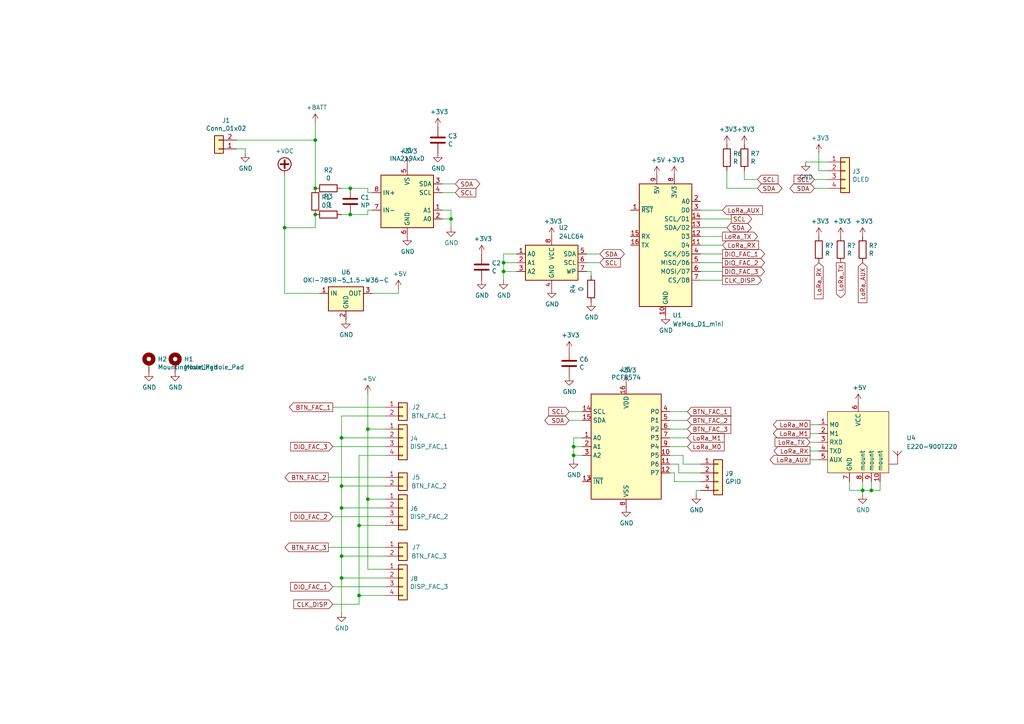
<source format=kicad_sch>
(kicad_sch (version 20211123) (generator eeschema)
  (paper "A4")
  (lib_symbols
    (symbol "Analog_ADC:INA219AxD"
      (property "Reference" "U" (at -6.35 8.89 0))
      (property "Value" "INA219AxD" (at 5.08 8.89 0))
      (symbol "INA219AxD_0_1"
        (rectangle (start -7.62 7.62) (end 7.62 -7.62) (stroke (width 0.254)) (fill (type background)))
      )
      (symbol "INA219AxD_1_1"
        (pin input line (at 10.16 -2.54 180) (length 2.54) (name "A1") (number "1"))
        (pin input line (at 10.16 -5.08 180) (length 2.54) (name "A0") (number "2"))
        (pin bidirectional line (at 10.16 5.08 180) (length 2.54) (name "SDA") (number "3"))
        (pin input line (at 10.16 2.54 180) (length 2.54) (name "SCL") (number "4"))
        (pin power_in line (at 0 10.16 270) (length 2.54) (name "VS") (number "5"))
        (pin power_in line (at 0 -10.16 90) (length 2.54) (name "GND") (number "6"))
        (pin input line (at -10.16 -2.54 0) (length 2.54) (name "IN-") (number "7"))
        (pin input line (at -10.16 2.54 0) (length 2.54) (name "IN+") (number "8"))
      )
    )
    (symbol "Connector_Generic:Conn_01x02" (pin_names (offset 1.016) hide)
      (property "Reference" "J" (at 0 2.54 0))
      (property "Value" "Conn_01x02" (at 0 -5.08 0))
      (symbol "Conn_01x02_1_1"
        (rectangle (start -1.27 -2.413) (end 0 -2.667) (stroke (width 0.1524)))
        (rectangle (start -1.27 0.127) (end 0 -0.127) (stroke (width 0.1524)))
        (rectangle (start -1.27 1.27) (end 1.27 -3.81) (stroke (width 0.254)) (fill (type background)))
        (pin passive line (at -5.08 0 0) (length 3.81) (name "Pin_1") (number "1"))
        (pin passive line (at -5.08 -2.54 0) (length 3.81) (name "Pin_2") (number "2"))
      )
    )
    (symbol "Connector_Generic:Conn_01x04" (pin_names (offset 1.016) hide)
      (property "Reference" "J" (at 0 5.08 0))
      (property "Value" "Conn_01x04" (at 0 -7.62 0))
      (symbol "Conn_01x04_1_1"
        (rectangle (start -1.27 -4.953) (end 0 -5.207) (stroke (width 0.1524)))
        (rectangle (start -1.27 -2.413) (end 0 -2.667) (stroke (width 0.1524)))
        (rectangle (start -1.27 0.127) (end 0 -0.127) (stroke (width 0.1524)))
        (rectangle (start -1.27 2.667) (end 0 2.413) (stroke (width 0.1524)))
        (rectangle (start -1.27 3.81) (end 1.27 -6.35) (stroke (width 0.254)) (fill (type background)))
        (pin passive line (at -5.08 2.54 0) (length 3.81) (name "Pin_1") (number "1"))
        (pin passive line (at -5.08 0 0) (length 3.81) (name "Pin_2") (number "2"))
        (pin passive line (at -5.08 -2.54 0) (length 3.81) (name "Pin_3") (number "3"))
        (pin passive line (at -5.08 -5.08 0) (length 3.81) (name "Pin_4") (number "4"))
      )
    )
    (symbol "Converter_DCDC:OKI-78SR-5_1.5-W36-C"
      (property "Reference" "U" (at -3.81 3.175 0))
      (property "Value" "OKI-78SR-5_1.5-W36-C" (at 0 3.175 0))
      (symbol "OKI-78SR-5_1.5-W36-C_0_1"
        (rectangle (start -5.08 1.905) (end 5.08 -5.08) (stroke (width 0.254)) (fill (type background)))
      )
      (symbol "OKI-78SR-5_1.5-W36-C_1_1"
        (pin power_in line (at -7.62 0 0) (length 2.54) (name "IN") (number "1"))
        (pin power_in line (at 0 -7.62 90) (length 2.54) (name "GND") (number "2"))
        (pin power_out line (at 7.62 0 180) (length 2.54) (name "OUT") (number "3"))
      )
    )
    (symbol "Device:C" (pin_numbers hide) (pin_names (offset 0.254))
      (property "Reference" "C" (at 0.635 2.54 0))
      (property "Value" "C" (at 0.635 -2.54 0))
      (symbol "C_0_1"
        (polyline (pts (xy -2.032 -0.762) (xy 2.032 -0.762)) (stroke (width 0.508)))
        (polyline (pts (xy -2.032 0.762) (xy 2.032 0.762)) (stroke (width 0.508)))
      )
      (symbol "C_1_1"
        (pin passive line (at 0 3.81 270) (length 2.794) (name "~") (number "1"))
        (pin passive line (at 0 -3.81 90) (length 2.794) (name "~") (number "2"))
      )
    )
    (symbol "Device:R" (pin_numbers hide) (pin_names (offset 0))
      (property "Reference" "R" (at 2.032 0 90))
      (property "Value" "R" (at 0 0 90))
      (symbol "R_0_1"
        (rectangle (start -1.016 -2.54) (end 1.016 2.54) (stroke (width 0.254)))
      )
      (symbol "R_1_1"
        (pin passive line (at 0 3.81 270) (length 1.27) (name "~") (number "1"))
        (pin passive line (at 0 -3.81 90) (length 1.27) (name "~") (number "2"))
      )
    )
    (symbol "Ebyte_RF:E220-900T22D"
      (property "Reference" "U" (at 7.62 1.27 0))
      (property "Value" "E220-900T22D" (at 13.97 -1.27 0))
      (symbol "E220-900T22D_0_1"
        (rectangle (start -5.08 -2.54) (end 12.7 -20.32) (fill (type background)))
        (polyline (pts (xy 15.24 -15.24) (xy 13.97 -13.97)))
        (polyline (pts (xy 15.24 -15.24) (xy 15.24 -13.97)))
        (polyline (pts (xy 12.7 -17.78) (xy 15.24 -17.78) (xy 15.24 -15.24) (xy 16.51 -13.97)))
      )
      (symbol "E220-900T22D_1_1"
        (pin input line (at -7.62 -6.35 0) (length 2.54) (name "M0") (number "1"))
        (pin unspecified line (at 10.16 -22.86 90) (length 2.54) (name "mount") (number "10"))
        (pin input line (at -7.62 -8.89 0) (length 2.54) (name "M1") (number "2"))
        (pin input line (at -7.62 -11.43 0) (length 2.54) (name "RXD") (number "3"))
        (pin output line (at -7.62 -13.97 0) (length 2.54) (name "TXD") (number "4"))
        (pin output line (at -7.62 -16.51 0) (length 2.54) (name "AUX") (number "5"))
        (pin power_in line (at 3.81 0 270) (length 2.54) (name "VCC") (number "6"))
        (pin power_in line (at 1.27 -22.86 90) (length 2.54) (name "GND") (number "7"))
        (pin unspecified line (at 5.08 -22.86 90) (length 2.54) (name "mount") (number "8"))
        (pin unspecified line (at 7.62 -22.86 90) (length 2.54) (name "mount") (number "9"))
      )
    )
    (symbol "Interface_Expansion:PCF8574"
      (property "Reference" "U" (at -8.89 16.51 0))
      (property "Value" "PCF8574" (at 2.54 16.51 0))
      (symbol "PCF8574_0_1"
        (rectangle (start -10.16 15.24) (end 10.16 -15.24) (stroke (width 0.254)) (fill (type background)))
      )
      (symbol "PCF8574_1_1"
        (pin input line (at -12.7 2.54 0) (length 2.54) (name "A0") (number "1"))
        (pin bidirectional line (at 12.7 -2.54 180) (length 2.54) (name "P5") (number "10"))
        (pin bidirectional line (at 12.7 -5.08 180) (length 2.54) (name "P6") (number "11"))
        (pin bidirectional line (at 12.7 -7.62 180) (length 2.54) (name "P7") (number "12"))
        (pin open_collector output_low (at -12.7 -10.16 0) (length 2.54) (name "~{INT}") (number "13"))
        (pin input line (at -12.7 10.16 0) (length 2.54) (name "SCL") (number "14"))
        (pin bidirectional line (at -12.7 7.62 0) (length 2.54) (name "SDA") (number "15"))
        (pin power_in line (at 0 17.78 270) (length 2.54) (name "VDD") (number "16"))
        (pin input line (at -12.7 0 0) (length 2.54) (name "A1") (number "2"))
        (pin input line (at -12.7 -2.54 0) (length 2.54) (name "A2") (number "3"))
        (pin bidirectional line (at 12.7 10.16 180) (length 2.54) (name "P0") (number "4"))
        (pin bidirectional line (at 12.7 7.62 180) (length 2.54) (name "P1") (number "5"))
        (pin bidirectional line (at 12.7 5.08 180) (length 2.54) (name "P2") (number "6"))
        (pin bidirectional line (at 12.7 2.54 180) (length 2.54) (name "P3") (number "7"))
        (pin power_in line (at 0 -17.78 90) (length 2.54) (name "VSS") (number "8"))
        (pin bidirectional line (at 12.7 0 180) (length 2.54) (name "P4") (number "9"))
      )
    )
    (symbol "MCU_Module:WeMos_D1_mini"
      (property "Reference" "U" (at 3.81 19.05 0))
      (property "Value" "WeMos_D1_mini" (at 1.27 -19.05 0))
      (symbol "WeMos_D1_mini_1_1"
        (rectangle (start -7.62 17.78) (end 7.62 -17.78) (stroke (width 0.254)) (fill (type background)))
        (pin input line (at -10.16 10.16 0) (length 2.54) (name "~{RST}") (number "1"))
        (pin power_in line (at 0 -20.32 90) (length 2.54) (name "GND") (number "10"))
        (pin bidirectional line (at 10.16 0 180) (length 2.54) (name "D4") (number "11"))
        (pin bidirectional line (at 10.16 2.54 180) (length 2.54) (name "D3") (number "12"))
        (pin bidirectional line (at 10.16 5.08 180) (length 2.54) (name "SDA/D2") (number "13"))
        (pin bidirectional line (at 10.16 7.62 180) (length 2.54) (name "SCL/D1") (number "14"))
        (pin input line (at -10.16 2.54 0) (length 2.54) (name "RX") (number "15"))
        (pin output line (at -10.16 0 0) (length 2.54) (name "TX") (number "16"))
        (pin input line (at 10.16 12.7 180) (length 2.54) (name "A0") (number "2"))
        (pin bidirectional line (at 10.16 10.16 180) (length 2.54) (name "D0") (number "3"))
        (pin bidirectional line (at 10.16 -2.54 180) (length 2.54) (name "SCK/D5") (number "4"))
        (pin bidirectional line (at 10.16 -5.08 180) (length 2.54) (name "MISO/D6") (number "5"))
        (pin bidirectional line (at 10.16 -7.62 180) (length 2.54) (name "MOSI/D7") (number "6"))
        (pin bidirectional line (at 10.16 -10.16 180) (length 2.54) (name "CS/D8") (number "7"))
        (pin power_out line (at 2.54 20.32 270) (length 2.54) (name "3V3") (number "8"))
        (pin power_in line (at -2.54 20.32 270) (length 2.54) (name "5V") (number "9"))
      )
    )
    (symbol "Mechanical:MountingHole_Pad" (pin_numbers hide) (pin_names (offset 1.016) hide)
      (property "Reference" "H" (at 0 6.35 0))
      (property "Value" "MountingHole_Pad" (at 0 4.445 0))
      (symbol "MountingHole_Pad_0_1"
        (circle (center 0 1.27) (radius 1.27) (stroke (width 1.27)))
      )
      (symbol "MountingHole_Pad_1_1"
        (pin input line (at 0 -2.54 90) (length 2.54) (name "1") (number "1"))
      )
    )
    (symbol "Memory_EEPROM:24LC64"
      (property "Reference" "U" (at -6.35 6.35 0))
      (property "Value" "24LC64" (at 1.27 6.35 0))
      (symbol "24LC64_1_1"
        (rectangle (start -7.62 5.08) (end 7.62 -5.08) (stroke (width 0.254)) (fill (type background)))
        (pin input line (at -10.16 2.54 0) (length 2.54) (name "A0") (number "1"))
        (pin input line (at -10.16 0 0) (length 2.54) (name "A1") (number "2"))
        (pin input line (at -10.16 -2.54 0) (length 2.54) (name "A2") (number "3"))
        (pin power_in line (at 0 -7.62 90) (length 2.54) (name "GND") (number "4"))
        (pin bidirectional line (at 10.16 2.54 180) (length 2.54) (name "SDA") (number "5"))
        (pin input line (at 10.16 0 180) (length 2.54) (name "SCL") (number "6"))
        (pin input line (at 10.16 -2.54 180) (length 2.54) (name "WP") (number "7"))
        (pin power_in line (at 0 7.62 270) (length 2.54) (name "VCC") (number "8"))
      )
    )
    (symbol "power:+3.3V" (power) (pin_names (offset 0))
      (property "Value" "+3.3V" (at 0 3.556 0))
      (symbol "+3.3V_0_1"
        (polyline (pts (xy -0.762 1.27) (xy 0 2.54)))
        (polyline (pts (xy 0 0) (xy 0 2.54)))
        (polyline (pts (xy 0 2.54) (xy 0.762 1.27)))
      )
      (symbol "+3.3V_1_1"
        (pin power_in line (at 0 0 90) (length 0) hide (name "+3V3") (number "1"))
      )
    )
    (symbol "power:+5V" (power) (pin_names (offset 0))
      (property "Value" "+5V" (at 0 3.556 0))
      (symbol "+5V_0_1"
        (polyline (pts (xy -0.762 1.27) (xy 0 2.54)))
        (polyline (pts (xy 0 0) (xy 0 2.54)))
        (polyline (pts (xy 0 2.54) (xy 0.762 1.27)))
      )
      (symbol "+5V_1_1"
        (pin power_in line (at 0 0 90) (length 0) hide (name "+5V") (number "1"))
      )
    )
    (symbol "power:+BATT" (power) (pin_names (offset 0))
      (property "Value" "+BATT" (at 0 3.556 0))
      (symbol "+BATT_0_1"
        (polyline (pts (xy -0.762 1.27) (xy 0 2.54)))
        (polyline (pts (xy 0 0) (xy 0 2.54)))
        (polyline (pts (xy 0 2.54) (xy 0.762 1.27)))
      )
      (symbol "+BATT_1_1"
        (pin power_in line (at 0 0 90) (length 0) hide (name "+BATT") (number "1"))
      )
    )
    (symbol "power:+VDC" (power) (pin_names (offset 0))
      (property "Value" "+VDC" (at 0 6.35 0))
      (symbol "+VDC_0_1"
        (polyline (pts (xy -1.143 3.175) (xy 1.143 3.175)) (stroke (width 0.508)))
        (polyline (pts (xy 0 0) (xy 0 1.27)))
        (polyline (pts (xy 0 2.032) (xy 0 4.318)) (stroke (width 0.508)))
        (circle (center 0 3.175) (radius 1.905) (stroke (width 0.254)))
      )
      (symbol "+VDC_1_1"
        (pin power_in line (at 0 0 90) (length 0) hide (name "+VDC") (number "1"))
      )
    )
    (symbol "power:GND" (power) (pin_names (offset 0))
      (property "Value" "GND" (at 0 -3.81 0))
      (symbol "GND_0_1"
        (polyline (pts (xy 0 0) (xy 0 -1.27) (xy 1.27 -1.27) (xy 0 -2.54) (xy -1.27 -1.27) (xy 0 -1.27)))
      )
      (symbol "GND_1_1"
        (pin power_in line (at 0 0 270) (length 0) hide (name "GND") (number "1"))
      )
    )
  )
  (junction (at 82.55 66.04))
  (junction (at 101.6 54.61))
  (junction (at 104.14 172.72))
  (junction (at 130.81 63.5))
  (junction (at 99.06 140.97))
  (junction (at 166.37 132.08))
  (junction (at 146.05 78.74))
  (junction (at 99.06 161.29))
  (junction (at 91.44 54.61))
  (junction (at 106.68 144.78))
  (junction (at 99.06 127))
  (junction (at 106.68 124.46))
  (junction (at 166.37 129.54))
  (junction (at 250.19 142.24))
  (junction (at 99.06 167.64))
  (junction (at 91.44 40.64))
  (junction (at 104.14 152.4))
  (junction (at 252.73 142.24))
  (junction (at 91.44 62.23))
  (junction (at 99.06 147.32))
  (junction (at 101.6 62.23))
  (junction (at 146.05 76.2))
  (wire (pts (xy 194.31 127) (xy 199.39 127)))
  (wire (pts (xy 203.2 76.2) (xy 209.55 76.2)))
  (wire (pts (xy 246.38 142.24) (xy 250.19 142.24)))
  (wire (pts (xy 194.31 132.08) (xy 198.12 132.08)))
  (wire (pts (xy 91.44 66.04) (xy 82.55 66.04)))
  (wire (pts (xy 203.2 78.74) (xy 209.55 78.74)))
  (wire (pts (xy 82.55 66.04) (xy 82.55 85.09)))
  (wire (pts (xy 203.2 66.04) (xy 210.82 66.04)))
  (wire (pts (xy 194.31 124.46) (xy 199.39 124.46)))
  (wire (pts (xy 250.19 143.51) (xy 250.19 142.24)))
  (wire (pts (xy 106.68 55.88) (xy 107.95 55.88)))
  (wire (pts (xy 203.2 73.66) (xy 209.55 73.66)))
  (wire (pts (xy 149.86 78.74) (xy 146.05 78.74)))
  (wire (pts (xy 168.91 132.08) (xy 166.37 132.08)))
  (wire (pts (xy 149.86 76.2) (xy 146.05 76.2)))
  (wire (pts (xy 166.37 127) (xy 166.37 129.54)))
  (wire (pts (xy 111.76 161.29) (xy 99.06 161.29)))
  (wire (pts (xy 99.06 120.65) (xy 99.06 127)))
  (wire (pts (xy 130.81 60.96) (xy 130.81 63.5)))
  (wire (pts (xy 106.68 144.78) (xy 106.68 124.46)))
  (wire (pts (xy 173.99 76.2) (xy 170.18 76.2)))
  (wire (pts (xy 104.14 152.4) (xy 104.14 132.08)))
  (wire (pts (xy 99.06 140.97) (xy 99.06 147.32)))
  (wire (pts (xy 194.31 129.54) (xy 199.39 129.54)))
  (wire (pts (xy 111.76 172.72) (xy 104.14 172.72)))
  (wire (pts (xy 91.44 35.56) (xy 91.44 40.64)))
  (wire (pts (xy 130.81 63.5) (xy 130.81 66.04)))
  (wire (pts (xy 96.52 129.54) (xy 111.76 129.54)))
  (wire (pts (xy 196.85 137.16) (xy 203.2 137.16)))
  (wire (pts (xy 115.57 83.82) (xy 115.57 85.09)))
  (wire (pts (xy 68.58 43.18) (xy 71.12 43.18)))
  (wire (pts (xy 240.03 52.07) (xy 236.22 52.07)))
  (wire (pts (xy 170.18 73.66) (xy 173.99 73.66)))
  (wire (pts (xy 240.03 46.99) (xy 233.68 46.99)))
  (wire (pts (xy 104.14 132.08) (xy 111.76 132.08)))
  (wire (pts (xy 170.18 78.74) (xy 171.45 78.74)))
  (wire (pts (xy 198.12 132.08) (xy 198.12 134.62)))
  (wire (pts (xy 203.2 81.28) (xy 209.55 81.28)))
  (wire (pts (xy 146.05 78.74) (xy 146.05 81.28)))
  (wire (pts (xy 104.14 175.26) (xy 104.14 172.72)))
  (wire (pts (xy 215.9 52.07) (xy 219.71 52.07)))
  (wire (pts (xy 106.68 165.1) (xy 106.68 144.78)))
  (wire (pts (xy 128.27 53.34) (xy 132.08 53.34)))
  (wire (pts (xy 255.27 142.24) (xy 252.73 142.24)))
  (wire (pts (xy 106.68 54.61) (xy 106.68 55.88)))
  (wire (pts (xy 128.27 63.5) (xy 130.81 63.5)))
  (wire (pts (xy 210.82 54.61) (xy 210.82 49.53)))
  (wire (pts (xy 234.95 125.73) (xy 237.49 125.73)))
  (wire (pts (xy 111.76 144.78) (xy 106.68 144.78)))
  (wire (pts (xy 96.52 149.86) (xy 111.76 149.86)))
  (wire (pts (xy 99.06 127) (xy 99.06 140.97)))
  (wire (pts (xy 82.55 66.04) (xy 82.55 50.8)))
  (wire (pts (xy 101.6 62.23) (xy 106.68 62.23)))
  (wire (pts (xy 166.37 129.54) (xy 166.37 132.08)))
  (wire (pts (xy 146.05 76.2) (xy 146.05 78.74)))
  (wire (pts (xy 132.08 55.88) (xy 128.27 55.88)))
  (wire (pts (xy 234.95 123.19) (xy 237.49 123.19)))
  (wire (pts (xy 194.31 134.62) (xy 196.85 134.62)))
  (wire (pts (xy 195.58 139.7) (xy 203.2 139.7)))
  (wire (pts (xy 237.49 44.45) (xy 237.49 49.53)))
  (wire (pts (xy 166.37 132.08) (xy 166.37 133.35)))
  (wire (pts (xy 250.19 142.24) (xy 250.19 139.7)))
  (wire (pts (xy 149.86 73.66) (xy 146.05 73.66)))
  (wire (pts (xy 195.58 137.16) (xy 195.58 139.7)))
  (wire (pts (xy 201.93 142.24) (xy 201.93 143.51)))
  (wire (pts (xy 168.91 121.92) (xy 165.1 121.92)))
  (wire (pts (xy 71.12 43.18) (xy 71.12 44.45)))
  (wire (pts (xy 171.45 78.74) (xy 171.45 80.01)))
  (wire (pts (xy 203.2 71.12) (xy 209.55 71.12)))
  (wire (pts (xy 99.06 147.32) (xy 99.06 161.29)))
  (wire (pts (xy 168.91 127) (xy 166.37 127)))
  (wire (pts (xy 194.31 121.92) (xy 199.39 121.92)))
  (wire (pts (xy 236.22 54.61) (xy 240.03 54.61)))
  (wire (pts (xy 111.76 165.1) (xy 106.68 165.1)))
  (wire (pts (xy 106.68 62.23) (xy 106.68 60.96)))
  (wire (pts (xy 91.44 40.64) (xy 91.44 54.61)))
  (wire (pts (xy 95.25 158.75) (xy 111.76 158.75)))
  (wire (pts (xy 99.06 167.64) (xy 99.06 177.8)))
  (wire (pts (xy 99.06 161.29) (xy 99.06 167.64)))
  (wire (pts (xy 99.06 120.65) (xy 111.76 120.65)))
  (wire (pts (xy 104.14 172.72) (xy 104.14 152.4)))
  (wire (pts (xy 194.31 119.38) (xy 199.39 119.38)))
  (wire (pts (xy 111.76 167.64) (xy 99.06 167.64)))
  (wire (pts (xy 255.27 139.7) (xy 255.27 142.24)))
  (wire (pts (xy 101.6 54.61) (xy 106.68 54.61)))
  (wire (pts (xy 198.12 134.62) (xy 203.2 134.62)))
  (wire (pts (xy 146.05 73.66) (xy 146.05 76.2)))
  (wire (pts (xy 111.76 127) (xy 99.06 127)))
  (wire (pts (xy 106.68 60.96) (xy 107.95 60.96)))
  (wire (pts (xy 96.52 175.26) (xy 104.14 175.26)))
  (wire (pts (xy 252.73 142.24) (xy 250.19 142.24)))
  (wire (pts (xy 115.57 85.09) (xy 107.95 85.09)))
  (wire (pts (xy 128.27 60.96) (xy 130.81 60.96)))
  (wire (pts (xy 111.76 140.97) (xy 99.06 140.97)))
  (wire (pts (xy 203.2 63.5) (xy 212.09 63.5)))
  (wire (pts (xy 237.49 49.53) (xy 240.03 49.53)))
  (wire (pts (xy 234.95 133.35) (xy 237.49 133.35)))
  (wire (pts (xy 215.9 49.53) (xy 215.9 52.07)))
  (wire (pts (xy 219.71 54.61) (xy 210.82 54.61)))
  (wire (pts (xy 111.76 152.4) (xy 104.14 152.4)))
  (wire (pts (xy 246.38 139.7) (xy 246.38 142.24)))
  (wire (pts (xy 234.95 128.27) (xy 237.49 128.27)))
  (wire (pts (xy 111.76 170.18) (xy 96.52 170.18)))
  (wire (pts (xy 194.31 137.16) (xy 195.58 137.16)))
  (wire (pts (xy 234.95 130.81) (xy 237.49 130.81)))
  (wire (pts (xy 166.37 129.54) (xy 168.91 129.54)))
  (wire (pts (xy 196.85 134.62) (xy 196.85 137.16)))
  (wire (pts (xy 68.58 40.64) (xy 91.44 40.64)))
  (wire (pts (xy 111.76 118.11) (xy 96.52 118.11)))
  (wire (pts (xy 99.06 62.23) (xy 101.6 62.23)))
  (wire (pts (xy 203.2 60.96) (xy 209.55 60.96)))
  (wire (pts (xy 203.2 68.58) (xy 209.55 68.58)))
  (wire (pts (xy 252.73 139.7) (xy 252.73 142.24)))
  (wire (pts (xy 92.71 85.09) (xy 82.55 85.09)))
  (wire (pts (xy 111.76 147.32) (xy 99.06 147.32)))
  (wire (pts (xy 165.1 119.38) (xy 168.91 119.38)))
  (wire (pts (xy 203.2 142.24) (xy 201.93 142.24)))
  (wire (pts (xy 111.76 138.43) (xy 95.25 138.43)))
  (wire (pts (xy 91.44 62.23) (xy 91.44 66.04)))
  (wire (pts (xy 99.06 54.61) (xy 101.6 54.61)))
  (wire (pts (xy 106.68 124.46) (xy 106.68 114.3)))
  (wire (pts (xy 111.76 124.46) (xy 106.68 124.46)))
  (global_label "LoRa_M1" (shape input) (at 199.39 127 0) (property "Intersheet References" "${INTERSHEET_REFS}" (effects hide)))
  (global_label "LoRa_RX" (shape input) (at 237.49 76.2 270) (property "Intersheet References" "${INTERSHEET_REFS}" (effects hide)))
  (global_label "SDA" (shape bidirectional) (at 173.99 73.66 0) (property "Intersheet References" "${INTERSHEET_REFS}" (effects hide)))
  (global_label "LoRa_RX" (shape input) (at 209.55 71.12 0) (property "Intersheet References" "${INTERSHEET_REFS}" (effects hide)))
  (global_label "SCL" (shape input) (at 165.1 119.38 180) (property "Intersheet References" "${INTERSHEET_REFS}" (effects hide)))
  (global_label "SCL" (shape input) (at 236.22 52.07 180) (property "Intersheet References" "${INTERSHEET_REFS}" (effects hide)))
  (global_label "SCL" (shape input) (at 132.08 55.88 0) (property "Intersheet References" "${INTERSHEET_REFS}" (effects hide)))
  (global_label "LoRa_RX" (shape output) (at 234.95 130.81 180) (property "Intersheet References" "${INTERSHEET_REFS}" (effects hide)))
  (global_label "CLK_DISP" (shape input) (at 96.52 175.26 180) (property "Intersheet References" "${INTERSHEET_REFS}" (effects hide)))
  (global_label "LoRa_TX" (shape output) (at 209.55 68.58 0) (property "Intersheet References" "${INTERSHEET_REFS}" (effects hide)))
  (global_label "CLK_DISP" (shape output) (at 209.55 81.28 0) (property "Intersheet References" "${INTERSHEET_REFS}" (effects hide)))
  (global_label "DIO_FAC_2" (shape input) (at 96.52 149.86 180) (property "Intersheet References" "${INTERSHEET_REFS}" (effects hide)))
  (global_label "BTN_FAC_1" (shape input) (at 199.39 119.38 0) (property "Intersheet References" "${INTERSHEET_REFS}" (effects hide)))
  (global_label "SCL" (shape input) (at 173.99 76.2 0) (property "Intersheet References" "${INTERSHEET_REFS}" (effects hide)))
  (global_label "LoRa_AUX" (shape input) (at 209.55 60.96 0) (property "Intersheet References" "${INTERSHEET_REFS}" (effects hide)))
  (global_label "LoRa_AUX" (shape input) (at 250.19 76.2 270) (property "Intersheet References" "${INTERSHEET_REFS}" (effects hide)))
  (global_label "BTN_FAC_2" (shape input) (at 199.39 121.92 0) (property "Intersheet References" "${INTERSHEET_REFS}" (effects hide)))
  (global_label "SCL" (shape input) (at 219.71 52.07 0) (property "Intersheet References" "${INTERSHEET_REFS}" (effects hide)))
  (global_label "SDA" (shape bidirectional) (at 219.71 54.61 0) (property "Intersheet References" "${INTERSHEET_REFS}" (effects hide)))
  (global_label "SDA" (shape bidirectional) (at 132.08 53.34 0) (property "Intersheet References" "${INTERSHEET_REFS}" (effects hide)))
  (global_label "DIO_FAC_3" (shape input) (at 96.52 129.54 180) (property "Intersheet References" "${INTERSHEET_REFS}" (effects hide)))
  (global_label "SDA" (shape bidirectional) (at 236.22 54.61 180) (property "Intersheet References" "${INTERSHEET_REFS}" (effects hide)))
  (global_label "LoRa_M0" (shape input) (at 199.39 129.54 0) (property "Intersheet References" "${INTERSHEET_REFS}" (effects hide)))
  (global_label "LoRa_TX" (shape output) (at 243.84 76.2 270) (property "Intersheet References" "${INTERSHEET_REFS}" (effects hide)))
  (global_label "SDA" (shape bidirectional) (at 165.1 121.92 180) (property "Intersheet References" "${INTERSHEET_REFS}" (effects hide)))
  (global_label "LoRa_AUX" (shape output) (at 234.95 133.35 180) (property "Intersheet References" "${INTERSHEET_REFS}" (effects hide)))
  (global_label "BTN_FAC_2" (shape output) (at 95.25 138.43 180) (property "Intersheet References" "${INTERSHEET_REFS}" (effects hide)))
  (global_label "DIO_FAC_2" (shape output) (at 209.55 76.2 0) (property "Intersheet References" "${INTERSHEET_REFS}" (effects hide)))
  (global_label "SCL" (shape output) (at 212.09 63.5 0) (property "Intersheet References" "${INTERSHEET_REFS}" (effects hide)))
  (global_label "BTN_FAC_1" (shape output) (at 96.52 118.11 180) (property "Intersheet References" "${INTERSHEET_REFS}" (effects hide)))
  (global_label "LoRa_M0" (shape output) (at 234.95 123.19 180) (property "Intersheet References" "${INTERSHEET_REFS}" (effects hide)))
  (global_label "BTN_FAC_3" (shape output) (at 95.25 158.75 180) (property "Intersheet References" "${INTERSHEET_REFS}" (effects hide)))
  (global_label "DIO_FAC_1" (shape input) (at 96.52 170.18 180) (property "Intersheet References" "${INTERSHEET_REFS}" (effects hide)))
  (global_label "LoRa_TX" (shape input) (at 234.95 128.27 180) (property "Intersheet References" "${INTERSHEET_REFS}" (effects hide)))
  (global_label "LoRa_M1" (shape output) (at 234.95 125.73 180) (property "Intersheet References" "${INTERSHEET_REFS}" (effects hide)))
  (global_label "DIO_FAC_3" (shape output) (at 209.55 78.74 0) (property "Intersheet References" "${INTERSHEET_REFS}" (effects hide)))
  (global_label "SDA" (shape bidirectional) (at 210.82 66.04 0) (property "Intersheet References" "${INTERSHEET_REFS}" (effects hide)))
  (global_label "BTN_FAC_3" (shape input) (at 199.39 124.46 0) (property "Intersheet References" "${INTERSHEET_REFS}" (effects hide)))
  (global_label "DIO_FAC_1" (shape output) (at 209.55 73.66 0) (property "Intersheet References" "${INTERSHEET_REFS}" (effects hide)))
  (symbol (lib_id "power:GND") (at 193.04 91.44 0) (unit 1)
    (property "Reference" "#PWR0104" (effects hide))
    (property "Value" "GND" (at 193.167 95.8342 0))
  )
  (symbol (lib_id "Interface_Expansion:PCF8574") (at 181.61 129.54 0) (unit 1)
    (property "Reference" "U5" (at 181.61 107.1626 0))
    (property "Value" "PCF8574" (at 181.61 109.474 0))
    (property "Footprint" "Package_SO:SOIC-16W_7.5x10.3mm_P1.27mm" (effects hide))
    (property "Datasheet" "http://www.nxp.com/documents/data_sheet/PCF8574_PCF8574A.pdf" (effects hide))
  )
  (symbol (lib_id "Device:C") (at 165.1 105.41 0) (unit 1)
    (property "Reference" "C6" (at 168.021 104.2416 0) (effects (justify left)))
    (property "Value" "C" (at 168.021 106.553 0) (effects (justify left)))
    (property "Footprint" "Capacitor_SMD:C_0805_2012Metric_Pad1.18x1.45mm_HandSolder" (effects hide))
  )
  (symbol (lib_id "power:+3.3V") (at 181.61 111.76 0) (unit 1)
    (property "Reference" "#PWR0107" (effects hide))
    (property "Value" "+3.3V" (at 181.991 107.3658 0))
  )
  (symbol (lib_id "power:+3.3V") (at 165.1 101.6 0) (unit 1)
    (property "Reference" "#PWR0108" (effects hide))
    (property "Value" "+3.3V" (at 165.481 97.2058 0))
  )
  (symbol (lib_id "power:GND") (at 165.1 109.22 0) (unit 1)
    (property "Reference" "#PWR0109" (effects hide))
    (property "Value" "GND" (at 165.227 113.6142 0))
  )
  (symbol (lib_id "power:GND") (at 181.61 147.32 0) (unit 1)
    (property "Reference" "#PWR0110" (effects hide))
    (property "Value" "GND" (at 181.737 151.7142 0))
  )
  (symbol (lib_id "Device:R") (at 210.82 45.72 0) (unit 1)
    (property "Reference" "R6" (at 212.598 44.5516 0) (effects (justify left)))
    (property "Value" "R" (at 212.598 46.863 0) (effects (justify left)))
    (property "Footprint" "Resistor_SMD:R_0805_2012Metric_Pad1.20x1.40mm_HandSolder" (effects hide))
  )
  (symbol (lib_id "Device:R") (at 215.9 45.72 0) (unit 1)
    (property "Reference" "R7" (at 217.678 44.5516 0) (effects (justify left)))
    (property "Value" "R" (at 217.678 46.863 0) (effects (justify left)))
    (property "Footprint" "Resistor_SMD:R_0805_2012Metric_Pad1.20x1.40mm_HandSolder" (effects hide))
  )
  (symbol (lib_id "power:+3.3V") (at 210.82 41.91 0) (unit 1)
    (property "Reference" "#PWR0113" (effects hide))
    (property "Value" "+3.3V" (at 211.201 37.5158 0))
  )
  (symbol (lib_id "power:+3.3V") (at 215.9 41.91 0) (unit 1)
    (property "Reference" "#PWR0114" (effects hide))
    (property "Value" "+3.3V" (at 216.281 37.5158 0))
  )
  (symbol (lib_id "power:GND") (at 166.37 133.35 0) (unit 1)
    (property "Reference" "#PWR0116" (effects hide))
    (property "Value" "GND" (at 166.497 137.7442 0))
  )
  (symbol (lib_id "Analog_ADC:INA219AxD") (at 118.11 58.42 0) (unit 1)
    (property "Reference" "U3" (at 118.11 43.6626 0))
    (property "Value" "INA219AxD" (at 118.11 45.974 0))
    (property "Footprint" "Package_SO:SOIC-8_3.9x4.9mm_P1.27mm" (effects hide))
    (property "Datasheet" "http://www.ti.com/lit/ds/symlink/ina219.pdf" (effects hide))
  )
  (symbol (lib_id "power:GND") (at 130.81 66.04 0) (unit 1)
    (property "Reference" "#PWR0118" (effects hide))
    (property "Value" "GND" (at 130.937 70.4342 0))
  )
  (symbol (lib_id "Device:C") (at 127 40.64 0) (unit 1)
    (property "Reference" "C3" (at 129.921 39.4716 0) (effects (justify left)))
    (property "Value" "C" (at 129.921 41.783 0) (effects (justify left)))
    (property "Footprint" "Capacitor_SMD:C_0805_2012Metric_Pad1.18x1.45mm_HandSolder" (effects hide))
  )
  (symbol (lib_id "power:GND") (at 127 44.45 0) (unit 1)
    (property "Reference" "#PWR0119" (effects hide))
    (property "Value" "GND" (at 127.127 48.8442 0))
  )
  (symbol (lib_id "power:+3.3V") (at 127 36.83 0) (unit 1)
    (property "Reference" "#PWR0120" (effects hide))
    (property "Value" "+3.3V" (at 127.381 32.4358 0))
  )
  (symbol (lib_id "power:GND") (at 118.11 68.58 0) (unit 1)
    (property "Reference" "#PWR0121" (effects hide))
    (property "Value" "GND" (at 118.237 72.9742 0))
  )
  (symbol (lib_id "power:+3.3V") (at 118.11 48.26 0) (unit 1)
    (property "Reference" "#PWR0122" (effects hide))
    (property "Value" "+3.3V" (at 118.491 43.8658 0))
  )
  (symbol (lib_id "Device:C") (at 101.6 58.42 0) (unit 1)
    (property "Reference" "C1" (at 104.521 57.2516 0) (effects (justify left)))
    (property "Value" "NP" (at 104.521 59.563 0) (effects (justify left)))
    (property "Footprint" "Capacitor_SMD:C_0805_2012Metric_Pad1.18x1.45mm_HandSolder" (effects hide))
  )
  (symbol (lib_id "Device:R") (at 95.25 54.61 270) (unit 1)
    (property "Reference" "R2" (at 95.25 49.3522 90))
    (property "Value" "0" (at 95.25 51.6636 90))
    (property "Footprint" "Resistor_SMD:R_0805_2012Metric_Pad1.20x1.40mm_HandSolder" (effects hide))
  )
  (symbol (lib_id "Device:R") (at 95.25 62.23 270) (unit 1)
    (property "Reference" "R3" (at 95.25 56.9722 90))
    (property "Value" "0" (at 95.25 59.2836 90))
    (property "Footprint" "Resistor_SMD:R_0805_2012Metric_Pad1.20x1.40mm_HandSolder" (effects hide))
  )
  (symbol (lib_id "power:+BATT") (at 91.44 35.56 0) (unit 1)
    (property "Reference" "#PWR0123" (effects hide))
    (property "Value" "+BATT" (at 91.821 31.1658 0))
  )
  (symbol (lib_id "power:+VDC") (at 82.55 50.8 0) (unit 1)
    (property "Reference" "#PWR0124" (effects hide))
    (property "Value" "+VDC" (at 82.55 43.815 0))
  )
  (symbol (lib_id "Device:R") (at 91.44 58.42 0) (unit 1)
    (property "Reference" "R1" (at 93.218 57.2516 0) (effects (justify left)))
    (property "Value" "0,1" (at 93.218 59.563 0) (effects (justify left)))
    (property "Footprint" "Resistor_SMD:R_2010_5025Metric_Pad1.40x2.65mm_HandSolder" (effects hide))
  )
  (symbol (lib_id "Connector_Generic:Conn_01x04") (at 245.11 49.53 0) (unit 1)
    (property "Reference" "J3" (at 247.142 49.7332 0) (effects (justify left)))
    (property "Value" "OLED" (at 247.142 52.0446 0) (effects (justify left)))
    (property "Footprint" "Connector_PinHeader_2.54mm:PinHeader_1x04_P2.54mm_Vertical" (effects hide))
  )
  (symbol (lib_id "power:+3.3V") (at 237.49 44.45 0) (unit 1)
    (property "Reference" "#PWR0137" (effects hide))
    (property "Value" "+3.3V" (at 237.871 40.0558 0))
  )
  (symbol (lib_id "power:GND") (at 233.68 46.99 0) (unit 1)
    (property "Reference" "#PWR0138" (effects hide))
    (property "Value" "GND" (at 233.807 51.3842 0))
  )
  (symbol (lib_id "Connector_Generic:Conn_01x02") (at 63.5 43.18 180) (unit 1)
    (property "Reference" "J1" (at 65.5828 34.925 0))
    (property "Value" "Conn_01x02" (at 65.5828 37.2364 0))
    (property "Footprint" "Connector_Wire:SolderWire-2.5sqmm_1x02_P7.2mm_D2.4mm_OD3.6mm" (effects hide))
  )
  (symbol (lib_id "power:GND") (at 71.12 44.45 0) (unit 1)
    (property "Reference" "#PWR0139" (effects hide))
    (property "Value" "GND" (at 71.247 48.8442 0))
  )
  (symbol (lib_id "power:GND") (at 100.33 92.71 0) (unit 1)
    (property "Reference" "#PWR0146" (effects hide))
    (property "Value" "GND" (at 100.457 97.1042 0))
  )
  (symbol (lib_id "Converter_DCDC:OKI-78SR-5_1.5-W36-C") (at 100.33 85.09 0) (unit 1)
    (property "Reference" "U6" (at 100.33 78.9432 0))
    (property "Value" "OKI-78SR-5_1.5-W36-C" (at 100.33 81.2546 0))
    (property "Footprint" "Converter_DCDC:Converter_DCDC_muRata_OKI-78SR_Vertical" (effects hide))
    (property "Datasheet" "https://power.murata.com/data/power/oki-78sr.pdf" (effects hide))
  )
  (symbol (lib_id "power:+5V") (at 115.57 83.82 0) (unit 1)
    (property "Reference" "#PWR0147" (effects hide))
    (property "Value" "+5V" (at 115.951 79.4258 0))
  )
  (symbol (lib_id "Mechanical:MountingHole_Pad") (at 50.8 105.41 0) (unit 1)
    (property "Reference" "H1" (at 53.34 104.1654 0) (effects (justify left)))
    (property "Value" "MountingHole_Pad" (at 53.34 106.4768 0) (effects (justify left)))
    (property "Footprint" "MountingHole:MountingHole_2.5mm_Pad" (effects hide))
  )
  (symbol (lib_id "power:GND") (at 50.8 107.95 0) (unit 1)
    (property "Reference" "#PWR0151" (effects hide))
    (property "Value" "GND" (at 50.927 112.3442 0))
  )
  (symbol (lib_id "MCU_Module:WeMos_D1_mini") (at 193.04 71.12 0) (unit 1)
    (property "Reference" "U1" (at 195.0594 91.44 0) (effects (justify left)))
    (property "Value" "WeMos_D1_mini" (at 195.0594 93.98 0) (effects (justify left)))
    (property "Footprint" "Module:WEMOS_D1_mini_light" (effects hide))
    (property "Datasheet" "https://wiki.wemos.cc/products:d1:d1_mini#documentation" (effects hide))
  )
  (symbol (lib_id "power:GND") (at 160.02 83.82 0) (unit 1)
    (property "Reference" "#PWR0128" (effects hide))
    (property "Value" "GND" (at 160.147 88.2142 0))
  )
  (symbol (lib_id "Mechanical:MountingHole_Pad") (at 43.18 105.41 0) (unit 1)
    (property "Reference" "H2" (at 45.72 104.1654 0) (effects (justify left)))
    (property "Value" "MountingHole_Pad" (at 45.72 106.4768 0) (effects (justify left)))
    (property "Footprint" "MountingHole:MountingHole_2.5mm_Pad" (effects hide))
  )
  (symbol (lib_id "power:+3.3V") (at 243.84 68.58 0) (unit 1)
    (property "Reference" "#PWR?" (effects hide))
    (property "Value" "+3.3V" (at 244.221 64.1858 0))
  )
  (symbol (lib_id "power:GND") (at 250.19 143.51 0) (unit 1)
    (property "Reference" "#PWR0112" (effects hide))
    (property "Value" "GND" (at 250.317 147.9042 0))
  )
  (symbol (lib_id "Device:R") (at 250.19 72.39 0) (unit 1)
    (property "Reference" "R?" (at 251.968 71.2216 0) (effects (justify left)))
    (property "Value" "R" (at 251.968 73.533 0) (effects (justify left)))
    (property "Footprint" "Resistor_SMD:R_0805_2012Metric_Pad1.20x1.40mm_HandSolder" (effects hide))
  )
  (symbol (lib_id "Connector_Generic:Conn_01x02") (at 116.84 118.11 0) (unit 1)
    (property "Reference" "J2" (at 120.65 118.11 0))
    (property "Value" "BTN_FAC_1" (at 124.46 120.65 0))
    (property "Footprint" "Connector_PinHeader_2.54mm:PinHeader_1x02_P2.54mm_Vertical" (effects hide))
  )
  (symbol (lib_id "Connector_Generic:Conn_01x04") (at 116.84 127 0) (unit 1)
    (property "Reference" "J4" (at 118.872 127.2032 0) (effects (justify left)))
    (property "Value" "DISP_FAC_1" (at 118.872 129.5146 0) (effects (justify left)))
    (property "Footprint" "Connector_PinHeader_2.54mm:PinHeader_1x04_P2.54mm_Vertical" (effects hide))
  )
  (symbol (lib_id "Connector_Generic:Conn_01x02") (at 116.84 158.75 0) (unit 1)
    (property "Reference" "J7" (at 120.65 158.75 0))
    (property "Value" "BTN_FAC_3" (at 124.46 161.29 0))
    (property "Footprint" "Connector_PinHeader_2.54mm:PinHeader_1x02_P2.54mm_Vertical" (effects hide))
  )
  (symbol (lib_id "power:+3.3V") (at 160.02 68.58 0) (unit 1)
    (property "Reference" "#PWR0126" (effects hide))
    (property "Value" "+3.3V" (at 160.401 64.1858 0))
  )
  (symbol (lib_id "Device:R") (at 171.45 83.82 0) (unit 1)
    (property "Reference" "R4" (at 166.1922 83.82 90))
    (property "Value" "0" (at 168.5036 83.82 90))
    (property "Footprint" "Resistor_SMD:R_0805_2012Metric_Pad1.20x1.40mm_HandSolder" (effects hide))
  )
  (symbol (lib_id "power:+3.3V") (at 250.19 68.58 0) (unit 1)
    (property "Reference" "#PWR?" (effects hide))
    (property "Value" "+3.3V" (at 250.571 64.1858 0))
  )
  (symbol (lib_id "power:+3.3V") (at 195.58 50.8 0) (unit 1)
    (property "Reference" "#PWR0105" (effects hide))
    (property "Value" "+3.3V" (at 195.961 46.4058 0))
  )
  (symbol (lib_id "power:+5V") (at 190.5 50.8 0) (unit 1)
    (property "Reference" "#PWR0106" (effects hide))
    (property "Value" "+5V" (at 190.881 46.4058 0))
  )
  (symbol (lib_id "power:+3.3V") (at 139.7 73.66 0) (unit 1)
    (property "Reference" "#PWR0117" (effects hide))
    (property "Value" "+3.3V" (at 140.081 69.2658 0))
  )
  (symbol (lib_id "Device:C") (at 139.7 77.47 0) (unit 1)
    (property "Reference" "C2" (at 142.621 76.3016 0) (effects (justify left)))
    (property "Value" "C" (at 142.621 78.613 0) (effects (justify left)))
    (property "Footprint" "Capacitor_SMD:C_0805_2012Metric_Pad1.18x1.45mm_HandSolder" (effects hide))
  )
  (symbol (lib_id "Connector_Generic:Conn_01x02") (at 116.84 138.43 0) (unit 1)
    (property "Reference" "J5" (at 120.65 138.43 0))
    (property "Value" "BTN_FAC_2" (at 124.46 140.97 0))
    (property "Footprint" "Connector_PinHeader_2.54mm:PinHeader_1x02_P2.54mm_Vertical" (effects hide))
  )
  (symbol (lib_id "power:GND") (at 201.93 143.51 0) (unit 1)
    (property "Reference" "#PWR0115" (effects hide))
    (property "Value" "GND" (at 202.057 147.9042 0))
  )
  (symbol (lib_id "Ebyte_RF:E220-900T22D") (at 245.11 116.84 0) (unit 1)
    (property "Reference" "U4" (at 262.89 126.9999 0) (effects (justify left)))
    (property "Value" "E220-900T22D" (at 262.89 129.5399 0) (effects (justify left)))
    (property "Footprint" "Ebyte_RF:E220-900T22D" (effects hide))
  )
  (symbol (lib_id "power:GND") (at 171.45 87.63 0) (unit 1)
    (property "Reference" "#PWR0129" (effects hide))
    (property "Value" "GND" (at 171.577 92.0242 0))
  )
  (symbol (lib_id "power:+5V") (at 106.68 114.3 0) (unit 1)
    (property "Reference" "#PWR0103" (effects hide))
    (property "Value" "+5V" (at 107.061 109.9058 0))
  )
  (symbol (lib_id "power:+3.3V") (at 237.49 68.58 0) (unit 1)
    (property "Reference" "#PWR?" (effects hide))
    (property "Value" "+3.3V" (at 237.871 64.1858 0))
  )
  (symbol (lib_id "Memory_EEPROM:24LC64") (at 160.02 76.2 0) (unit 1)
    (property "Reference" "U2" (at 162.0394 66.04 0) (effects (justify left)))
    (property "Value" "24LC64" (at 162.0394 68.58 0) (effects (justify left)))
    (property "Footprint" "Package_SO:SO-8_3.9x4.9mm_P1.27mm" (effects hide))
    (property "Datasheet" "http://ww1.microchip.com/downloads/en/DeviceDoc/21189f.pdf" (effects hide))
  )
  (symbol (lib_id "Device:R") (at 243.84 72.39 0) (unit 1)
    (property "Reference" "R?" (at 245.618 71.2216 0) (effects (justify left)))
    (property "Value" "R" (at 245.618 73.533 0) (effects (justify left)))
    (property "Footprint" "Resistor_SMD:R_0805_2012Metric_Pad1.20x1.40mm_HandSolder" (effects hide))
  )
  (symbol (lib_id "power:GND") (at 139.7 81.28 0) (unit 1)
    (property "Reference" "#PWR0125" (effects hide))
    (property "Value" "GND" (at 139.827 85.6742 0))
  )
  (symbol (lib_id "Connector_Generic:Conn_01x04") (at 116.84 167.64 0) (unit 1)
    (property "Reference" "J8" (at 118.872 167.8432 0) (effects (justify left)))
    (property "Value" "DISP_FAC_3" (at 118.872 170.1546 0) (effects (justify left)))
    (property "Footprint" "Connector_PinHeader_2.54mm:PinHeader_1x04_P2.54mm_Vertical" (effects hide))
  )
  (symbol (lib_id "power:GND") (at 146.05 81.28 0) (unit 1)
    (property "Reference" "#PWR0127" (effects hide))
    (property "Value" "GND" (at 146.177 85.6742 0))
  )
  (symbol (lib_id "Connector_Generic:Conn_01x04") (at 208.28 137.16 0) (unit 1)
    (property "Reference" "J9" (at 210.312 137.3632 0) (effects (justify left)))
    (property "Value" "GPIO" (at 210.312 139.6746 0) (effects (justify left)))
    (property "Footprint" "Connector_PinHeader_2.54mm:PinHeader_1x04_P2.54mm_Vertical" (effects hide))
  )
  (symbol (lib_id "power:GND") (at 43.18 107.95 0) (unit 1)
    (property "Reference" "#PWR0102" (effects hide))
    (property "Value" "GND" (at 43.307 112.3442 0))
  )
  (symbol (lib_id "power:GND") (at 99.06 177.8 0) (unit 1)
    (property "Reference" "#PWR0101" (effects hide))
    (property "Value" "GND" (at 99.187 182.1942 0))
  )
  (symbol (lib_id "power:+5V") (at 248.92 116.84 0) (unit 1)
    (property "Reference" "#PWR0111" (effects hide))
    (property "Value" "+5V" (at 249.301 112.4458 0))
  )
  (symbol (lib_id "Connector_Generic:Conn_01x04") (at 116.84 147.32 0) (unit 1)
    (property "Reference" "J6" (at 118.872 147.5232 0) (effects (justify left)))
    (property "Value" "DISP_FAC_2" (at 118.872 149.8346 0) (effects (justify left)))
    (property "Footprint" "Connector_PinHeader_2.54mm:PinHeader_1x04_P2.54mm_Vertical" (effects hide))
  )
  (symbol (lib_id "Device:R") (at 237.49 72.39 0) (unit 1)
    (property "Reference" "R?" (at 239.268 71.2216 0) (effects (justify left)))
    (property "Value" "R" (at 239.268 73.533 0) (effects (justify left)))
    (property "Footprint" "Resistor_SMD:R_0805_2012Metric_Pad1.20x1.40mm_HandSolder" (effects hide))
  )
)
</source>
